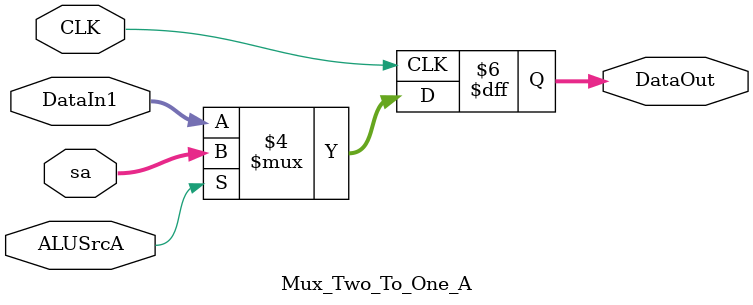
<source format=v>
`timescale 1ns / 1ps


module Mux_Two_To_One_A(CLK, ALUSrcA, DataIn1, sa, DataOut );
    inout CLK;
    input ALUSrcA;
    input [31:0] DataIn1;
    input [31:0] sa;
    output reg [31:0] DataOut;

    always@( negedge CLK) begin
        if ( ALUSrcA == 0 )
            DataOut = DataIn1;
        else
            DataOut = sa; // ¶Ôsa½øÐÐÀ©Õ¹
    end

endmodule

</source>
